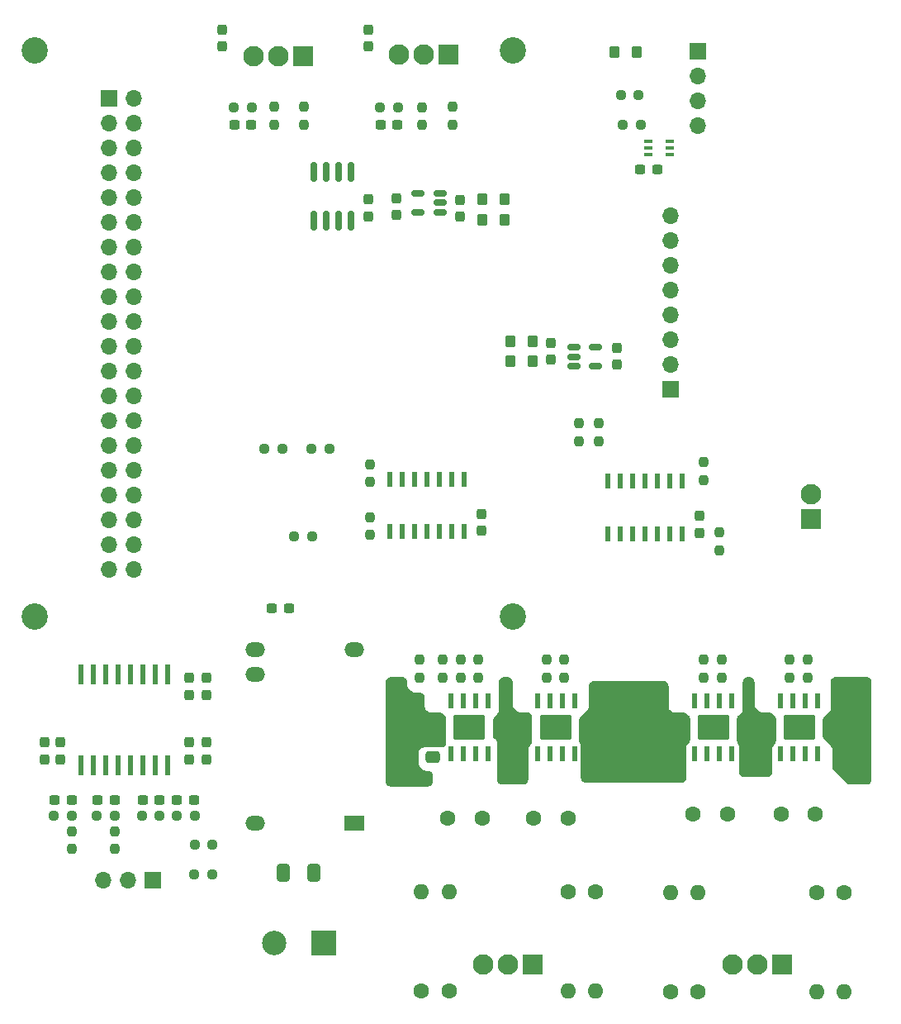
<source format=gbr>
%TF.GenerationSoftware,KiCad,Pcbnew,8.0.1-8.0.1-0~ubuntu23.10.1*%
%TF.CreationDate,2024-04-25T23:44:33+01:00*%
%TF.ProjectId,g5500-pidrive,67353530-302d-4706-9964-726976652e6b,rev?*%
%TF.SameCoordinates,Original*%
%TF.FileFunction,Soldermask,Top*%
%TF.FilePolarity,Negative*%
%FSLAX46Y46*%
G04 Gerber Fmt 4.6, Leading zero omitted, Abs format (unit mm)*
G04 Created by KiCad (PCBNEW 8.0.1-8.0.1-0~ubuntu23.10.1) date 2024-04-25 23:44:33*
%MOMM*%
%LPD*%
G01*
G04 APERTURE LIST*
G04 Aperture macros list*
%AMRoundRect*
0 Rectangle with rounded corners*
0 $1 Rounding radius*
0 $2 $3 $4 $5 $6 $7 $8 $9 X,Y pos of 4 corners*
0 Add a 4 corners polygon primitive as box body*
4,1,4,$2,$3,$4,$5,$6,$7,$8,$9,$2,$3,0*
0 Add four circle primitives for the rounded corners*
1,1,$1+$1,$2,$3*
1,1,$1+$1,$4,$5*
1,1,$1+$1,$6,$7*
1,1,$1+$1,$8,$9*
0 Add four rect primitives between the rounded corners*
20,1,$1+$1,$2,$3,$4,$5,0*
20,1,$1+$1,$4,$5,$6,$7,0*
20,1,$1+$1,$6,$7,$8,$9,0*
20,1,$1+$1,$8,$9,$2,$3,0*%
G04 Aperture macros list end*
%ADD10RoundRect,0.237500X0.237500X-0.250000X0.237500X0.250000X-0.237500X0.250000X-0.237500X-0.250000X0*%
%ADD11RoundRect,0.237500X-0.250000X-0.237500X0.250000X-0.237500X0.250000X0.237500X-0.250000X0.237500X0*%
%ADD12RoundRect,0.237500X-0.237500X0.250000X-0.237500X-0.250000X0.237500X-0.250000X0.237500X0.250000X0*%
%ADD13RoundRect,0.237500X0.250000X0.237500X-0.250000X0.237500X-0.250000X-0.237500X0.250000X-0.237500X0*%
%ADD14RoundRect,0.250000X0.475000X-0.337500X0.475000X0.337500X-0.475000X0.337500X-0.475000X-0.337500X0*%
%ADD15RoundRect,0.250000X-0.412500X-0.650000X0.412500X-0.650000X0.412500X0.650000X-0.412500X0.650000X0*%
%ADD16RoundRect,0.237500X0.237500X-0.300000X0.237500X0.300000X-0.237500X0.300000X-0.237500X-0.300000X0*%
%ADD17R,0.600000X1.550000*%
%ADD18RoundRect,0.001000X-1.550000X1.200000X-1.550000X-1.200000X1.550000X-1.200000X1.550000X1.200000X0*%
%ADD19RoundRect,0.150000X-0.150000X0.825000X-0.150000X-0.825000X0.150000X-0.825000X0.150000X0.825000X0*%
%ADD20R,2.100000X2.100000*%
%ADD21C,2.100000*%
%ADD22C,1.600000*%
%ADD23O,1.600000X1.600000*%
%ADD24RoundRect,0.237500X0.300000X0.237500X-0.300000X0.237500X-0.300000X-0.237500X0.300000X-0.237500X0*%
%ADD25RoundRect,0.250000X-0.275000X-0.350000X0.275000X-0.350000X0.275000X0.350000X-0.275000X0.350000X0*%
%ADD26RoundRect,0.237500X-0.237500X0.300000X-0.237500X-0.300000X0.237500X-0.300000X0.237500X0.300000X0*%
%ADD27C,2.700000*%
%ADD28R,1.700000X1.700000*%
%ADD29O,1.700000X1.700000*%
%ADD30RoundRect,0.250000X0.275000X0.350000X-0.275000X0.350000X-0.275000X-0.350000X0.275000X-0.350000X0*%
%ADD31R,2.000000X1.500000*%
%ADD32O,2.000000X1.500000*%
%ADD33RoundRect,0.237500X-0.300000X-0.237500X0.300000X-0.237500X0.300000X0.237500X-0.300000X0.237500X0*%
%ADD34RoundRect,0.150000X0.512500X0.150000X-0.512500X0.150000X-0.512500X-0.150000X0.512500X-0.150000X0*%
%ADD35R,0.950000X0.400000*%
%ADD36R,2.500000X2.500000*%
%ADD37C,2.500000*%
%ADD38RoundRect,0.150000X-0.512500X-0.150000X0.512500X-0.150000X0.512500X0.150000X-0.512500X0.150000X0*%
%ADD39R,0.600000X2.000000*%
G04 APERTURE END LIST*
D10*
%TO.C,R35*%
X71600000Y-88425000D03*
X71600000Y-86600000D03*
%TD*%
D11*
%TO.C,R34*%
X63800000Y-88600000D03*
X65625000Y-88600000D03*
%TD*%
D12*
%TO.C,R33*%
X71600000Y-81200000D03*
X71600000Y-83025000D03*
%TD*%
D13*
%TO.C,R32*%
X67425000Y-79600000D03*
X65600000Y-79600000D03*
%TD*%
D11*
%TO.C,R31*%
X60775000Y-79600000D03*
X62600000Y-79600000D03*
%TD*%
D10*
%TO.C,R30*%
X93000000Y-77000000D03*
X93000000Y-78825000D03*
%TD*%
D12*
%TO.C,R29*%
X95000000Y-77000000D03*
X95000000Y-78825000D03*
%TD*%
%TO.C,R28*%
X105800000Y-80975000D03*
X105800000Y-82800000D03*
%TD*%
D14*
%TO.C,C23*%
X78000000Y-111185000D03*
X78000000Y-109110000D03*
%TD*%
%TO.C,C22*%
X86870000Y-111085000D03*
X86870000Y-109010000D03*
%TD*%
%TO.C,C21*%
X103000000Y-110837500D03*
X103000000Y-108762500D03*
%TD*%
%TO.C,C20*%
X111800000Y-111110000D03*
X111800000Y-109035000D03*
%TD*%
D15*
%TO.C,C1*%
X62700000Y-123000000D03*
X65825000Y-123000000D03*
%TD*%
D12*
%TO.C,R2*%
X41000000Y-118775000D03*
X41000000Y-120600000D03*
%TD*%
D16*
%TO.C,C31*%
X105400000Y-88200000D03*
X105400000Y-86475000D03*
%TD*%
D17*
%TO.C,IC5*%
X92540000Y-105435000D03*
X91270000Y-105435000D03*
X90000000Y-105435000D03*
X88730000Y-105435000D03*
X88730000Y-110835000D03*
X90000000Y-110835000D03*
X91270000Y-110835000D03*
X92540000Y-110835000D03*
D18*
X90635000Y-108135000D03*
%TD*%
D19*
%TO.C,U4*%
X69670000Y-51250000D03*
X68400000Y-51250000D03*
X67130000Y-51250000D03*
X65860000Y-51250000D03*
X65860000Y-56200000D03*
X67130000Y-56200000D03*
X68400000Y-56200000D03*
X69670000Y-56200000D03*
%TD*%
D20*
%TO.C,J10*%
X116800000Y-86800000D03*
D21*
X116800000Y-84260000D03*
%TD*%
D22*
%TO.C,L1*%
X120200000Y-125075000D03*
D23*
X120200000Y-135235000D03*
%TD*%
D11*
%TO.C,R3*%
X43575000Y-117175000D03*
X45400000Y-117175000D03*
%TD*%
D10*
%TO.C,R12*%
X116415000Y-103060000D03*
X116415000Y-101235000D03*
%TD*%
D22*
%TO.C,C27*%
X79570000Y-117435000D03*
X83070000Y-117435000D03*
%TD*%
%TO.C,L3*%
X94670000Y-124955000D03*
D23*
X94670000Y-135115000D03*
%TD*%
D20*
%TO.C,J8*%
X113800000Y-132435000D03*
D21*
X111260000Y-132435000D03*
X108720000Y-132435000D03*
%TD*%
D24*
%TO.C,C15*%
X59400000Y-46400000D03*
X57675000Y-46400000D03*
%TD*%
D10*
%TO.C,R17*%
X80870000Y-103035000D03*
X80870000Y-101210000D03*
%TD*%
D25*
%TO.C,FB5*%
X98950000Y-39000000D03*
X96650000Y-39000000D03*
%TD*%
D26*
%TO.C,C19*%
X71400000Y-36675000D03*
X71400000Y-38400000D03*
%TD*%
D11*
%TO.C,R24*%
X53575000Y-123200000D03*
X55400000Y-123200000D03*
%TD*%
D12*
%TO.C,R7*%
X64800000Y-44575000D03*
X64800000Y-46400000D03*
%TD*%
D16*
%TO.C,C13*%
X54800000Y-111400000D03*
X54800000Y-109675000D03*
%TD*%
D22*
%TO.C,C24*%
X113745000Y-117035000D03*
X117245000Y-117035000D03*
%TD*%
D16*
%TO.C,C10*%
X53000000Y-111400000D03*
X53000000Y-109675000D03*
%TD*%
D20*
%TO.C,J9*%
X88270000Y-132435000D03*
D21*
X85730000Y-132435000D03*
X83190000Y-132435000D03*
%TD*%
D22*
%TO.C,L2*%
X102400000Y-135235000D03*
D23*
X102400000Y-125075000D03*
%TD*%
D27*
%TO.C,H4*%
X37200000Y-38800000D03*
%TD*%
D10*
%TO.C,R19*%
X79070000Y-103035000D03*
X79070000Y-101210000D03*
%TD*%
D20*
%TO.C,J6*%
X64700000Y-39357500D03*
D21*
X62160000Y-39357500D03*
X59620000Y-39357500D03*
%TD*%
D28*
%TO.C,J4*%
X105200000Y-38920000D03*
D29*
X105200000Y-41460000D03*
X105200000Y-44000000D03*
X105200000Y-46540000D03*
%TD*%
D30*
%TO.C,FB2*%
X85400000Y-54000000D03*
X83100000Y-54000000D03*
%TD*%
D28*
%TO.C,J3*%
X102400000Y-73512500D03*
D29*
X102400000Y-70972500D03*
X102400000Y-68432500D03*
X102400000Y-65892500D03*
X102400000Y-63352500D03*
X102400000Y-60812500D03*
X102400000Y-58272500D03*
X102400000Y-55732500D03*
%TD*%
D12*
%TO.C,R6*%
X76937500Y-44625000D03*
X76937500Y-46450000D03*
%TD*%
D26*
%TO.C,C5*%
X96860000Y-69280000D03*
X96860000Y-71005000D03*
%TD*%
D16*
%TO.C,C32*%
X83000000Y-88000000D03*
X83000000Y-86275000D03*
%TD*%
D26*
%TO.C,C8*%
X54800000Y-103075000D03*
X54800000Y-104800000D03*
%TD*%
D22*
%TO.C,C26*%
X88370000Y-117435000D03*
X91870000Y-117435000D03*
%TD*%
D17*
%TO.C,U5*%
X103610000Y-82900000D03*
X102340000Y-82900000D03*
X101070000Y-82900000D03*
X99800000Y-82900000D03*
X98530000Y-82900000D03*
X97260000Y-82900000D03*
X95990000Y-82900000D03*
X95990000Y-88300000D03*
X97260000Y-88300000D03*
X98530000Y-88300000D03*
X99800000Y-88300000D03*
X101070000Y-88300000D03*
X102340000Y-88300000D03*
X103610000Y-88300000D03*
%TD*%
D31*
%TO.C,U3*%
X70000000Y-118000000D03*
D32*
X70000000Y-100220000D03*
X59840000Y-100220000D03*
X59840000Y-102760000D03*
X59840000Y-118000000D03*
%TD*%
D22*
%TO.C,C25*%
X104700000Y-117035000D03*
X108200000Y-117035000D03*
%TD*%
D17*
%TO.C,IC3*%
X117470000Y-105435000D03*
X116200000Y-105435000D03*
X114930000Y-105435000D03*
X113660000Y-105435000D03*
X113660000Y-110835000D03*
X114930000Y-110835000D03*
X116200000Y-110835000D03*
X117470000Y-110835000D03*
D18*
X115565000Y-108135000D03*
%TD*%
D11*
%TO.C,R10*%
X72612500Y-44650000D03*
X74437500Y-44650000D03*
%TD*%
D10*
%TO.C,R18*%
X82670000Y-103035000D03*
X82670000Y-101210000D03*
%TD*%
%TO.C,R16*%
X91470000Y-103035000D03*
X91470000Y-101210000D03*
%TD*%
D33*
%TO.C,C9*%
X99300000Y-51000000D03*
X101025000Y-51000000D03*
%TD*%
%TO.C,C12*%
X43675000Y-115575000D03*
X45400000Y-115575000D03*
%TD*%
D34*
%TO.C,U1*%
X78768750Y-55356250D03*
X78768750Y-54406250D03*
X78768750Y-53456250D03*
X76493750Y-53456250D03*
X76493750Y-55356250D03*
%TD*%
D10*
%TO.C,R20*%
X76670000Y-103060000D03*
X76670000Y-101235000D03*
%TD*%
D33*
%TO.C,C6*%
X61537500Y-95925000D03*
X63262500Y-95925000D03*
%TD*%
D11*
%TO.C,R23*%
X51800000Y-117175000D03*
X53625000Y-117175000D03*
%TD*%
D22*
%TO.C,L6*%
X105200000Y-135235000D03*
D23*
X105200000Y-125075000D03*
%TD*%
D24*
%TO.C,C29*%
X50000000Y-115575000D03*
X48275000Y-115575000D03*
%TD*%
%TO.C,C16*%
X74400000Y-46400000D03*
X72675000Y-46400000D03*
%TD*%
D26*
%TO.C,C3*%
X90110000Y-68730000D03*
X90110000Y-70455000D03*
%TD*%
D22*
%TO.C,L8*%
X79670000Y-135115000D03*
D23*
X79670000Y-124955000D03*
%TD*%
D16*
%TO.C,C4*%
X74293750Y-55656250D03*
X74293750Y-53931250D03*
%TD*%
D25*
%TO.C,FB3*%
X86000000Y-68600000D03*
X88300000Y-68600000D03*
%TD*%
D17*
%TO.C,IC6*%
X83670000Y-105435000D03*
X82400000Y-105435000D03*
X81130000Y-105435000D03*
X79860000Y-105435000D03*
X79860000Y-110835000D03*
X81130000Y-110835000D03*
X82400000Y-110835000D03*
X83670000Y-110835000D03*
D18*
X81765000Y-108135000D03*
%TD*%
D17*
%TO.C,U6*%
X81210000Y-82700000D03*
X79940000Y-82700000D03*
X78670000Y-82700000D03*
X77400000Y-82700000D03*
X76130000Y-82700000D03*
X74860000Y-82700000D03*
X73590000Y-82700000D03*
X73590000Y-88100000D03*
X74860000Y-88100000D03*
X76130000Y-88100000D03*
X77400000Y-88100000D03*
X78670000Y-88100000D03*
X79940000Y-88100000D03*
X81210000Y-88100000D03*
%TD*%
D10*
%TO.C,R11*%
X114615000Y-103060000D03*
X114615000Y-101235000D03*
%TD*%
D12*
%TO.C,R4*%
X45400000Y-118775000D03*
X45400000Y-120600000D03*
%TD*%
D13*
%TO.C,R25*%
X99312500Y-46400000D03*
X97487500Y-46400000D03*
%TD*%
D35*
%TO.C,IC2*%
X100100000Y-48150000D03*
X100100000Y-48800000D03*
X100100000Y-49450000D03*
X102300000Y-49450000D03*
X102300000Y-48800000D03*
X102300000Y-48150000D03*
%TD*%
D11*
%TO.C,R1*%
X39175000Y-117175000D03*
X41000000Y-117175000D03*
%TD*%
D36*
%TO.C,J1*%
X66800000Y-130200000D03*
D37*
X61720000Y-130200000D03*
%TD*%
D38*
%TO.C,U2*%
X92460000Y-69230000D03*
X92460000Y-70180000D03*
X92460000Y-71130000D03*
X94735000Y-71130000D03*
X94735000Y-69230000D03*
%TD*%
D10*
%TO.C,R15*%
X89670000Y-103035000D03*
X89670000Y-101210000D03*
%TD*%
D30*
%TO.C,FB1*%
X85400000Y-56162500D03*
X83100000Y-56162500D03*
%TD*%
D27*
%TO.C,H1*%
X86200000Y-96800000D03*
%TD*%
D11*
%TO.C,R8*%
X57625000Y-44600000D03*
X59450000Y-44600000D03*
%TD*%
D26*
%TO.C,C18*%
X56400000Y-36675000D03*
X56400000Y-38400000D03*
%TD*%
D10*
%TO.C,R14*%
X107615000Y-103060000D03*
X107615000Y-101235000D03*
%TD*%
D13*
%TO.C,R26*%
X99112500Y-43400000D03*
X97287500Y-43400000D03*
%TD*%
D27*
%TO.C,H3*%
X86200000Y-38800000D03*
%TD*%
D12*
%TO.C,R9*%
X80035000Y-44587500D03*
X80035000Y-46412500D03*
%TD*%
D10*
%TO.C,R13*%
X105815000Y-103060000D03*
X105815000Y-101235000D03*
%TD*%
D11*
%TO.C,R22*%
X53600000Y-120175000D03*
X55425000Y-120175000D03*
%TD*%
D16*
%TO.C,C28*%
X71400000Y-55800000D03*
X71400000Y-54075000D03*
%TD*%
D12*
%TO.C,R27*%
X107400000Y-88175000D03*
X107400000Y-90000000D03*
%TD*%
D17*
%TO.C,IC4*%
X108670000Y-105435000D03*
X107400000Y-105435000D03*
X106130000Y-105435000D03*
X104860000Y-105435000D03*
X104860000Y-110835000D03*
X106130000Y-110835000D03*
X107400000Y-110835000D03*
X108670000Y-110835000D03*
D18*
X106765000Y-108135000D03*
%TD*%
D27*
%TO.C,H2*%
X37200000Y-96800000D03*
%TD*%
D39*
%TO.C,IC1*%
X41920000Y-112000000D03*
X43190000Y-112000000D03*
X44460000Y-112000000D03*
X45730000Y-112000000D03*
X47000000Y-112000000D03*
X48270000Y-112000000D03*
X49540000Y-112000000D03*
X50810000Y-112000000D03*
X50810000Y-102700000D03*
X49540000Y-102700000D03*
X48270000Y-102700000D03*
X47000000Y-102700000D03*
X45730000Y-102700000D03*
X44460000Y-102700000D03*
X43190000Y-102700000D03*
X41920000Y-102700000D03*
%TD*%
D12*
%TO.C,R5*%
X61800000Y-44575000D03*
X61800000Y-46400000D03*
%TD*%
D26*
%TO.C,C14*%
X39800000Y-109675000D03*
X39800000Y-111400000D03*
%TD*%
D33*
%TO.C,C30*%
X51800000Y-115575000D03*
X53525000Y-115575000D03*
%TD*%
D22*
%TO.C,L7*%
X91870000Y-124955000D03*
D23*
X91870000Y-135115000D03*
%TD*%
D33*
%TO.C,C11*%
X39275000Y-115575000D03*
X41000000Y-115575000D03*
%TD*%
D26*
%TO.C,C7*%
X53000000Y-103075000D03*
X53000000Y-104800000D03*
%TD*%
D22*
%TO.C,L4*%
X76870000Y-135115000D03*
D23*
X76870000Y-124955000D03*
%TD*%
D16*
%TO.C,C2*%
X80843750Y-55843750D03*
X80843750Y-54118750D03*
%TD*%
D13*
%TO.C,R21*%
X50025000Y-117175000D03*
X48200000Y-117175000D03*
%TD*%
D20*
%TO.C,J7*%
X79652500Y-39257500D03*
D21*
X77112500Y-39257500D03*
X74572500Y-39257500D03*
%TD*%
D26*
%TO.C,C17*%
X38250000Y-109675000D03*
X38250000Y-111400000D03*
%TD*%
D22*
%TO.C,L5*%
X117400000Y-125075000D03*
D23*
X117400000Y-135235000D03*
%TD*%
D28*
%TO.C,J5*%
X49340000Y-123800000D03*
D29*
X46800000Y-123800000D03*
X44260000Y-123800000D03*
%TD*%
D25*
%TO.C,FB4*%
X85985000Y-70630000D03*
X88285000Y-70630000D03*
%TD*%
D28*
%TO.C,J2*%
X44800000Y-43680000D03*
D29*
X47340000Y-43680000D03*
X44800000Y-46220000D03*
X47340000Y-46220000D03*
X44800000Y-48760000D03*
X47340000Y-48760000D03*
X44800000Y-51300000D03*
X47340000Y-51300000D03*
X44800000Y-53840000D03*
X47340000Y-53840000D03*
X44800000Y-56380000D03*
X47340000Y-56380000D03*
X44800000Y-58920000D03*
X47340000Y-58920000D03*
X44800000Y-61460000D03*
X47340000Y-61460000D03*
X44800000Y-64000000D03*
X47340000Y-64000000D03*
X44800000Y-66540000D03*
X47340000Y-66540000D03*
X44800000Y-69080000D03*
X47340000Y-69080000D03*
X44800000Y-71620000D03*
X47340000Y-71620000D03*
X44800000Y-74160000D03*
X47340000Y-74160000D03*
X44800000Y-76700000D03*
X47340000Y-76700000D03*
X44800000Y-79240000D03*
X47340000Y-79240000D03*
X44800000Y-81780000D03*
X47340000Y-81780000D03*
X44800000Y-84320000D03*
X47340000Y-84320000D03*
X44800000Y-86860000D03*
X47340000Y-86860000D03*
X44800000Y-89400000D03*
X47340000Y-89400000D03*
X44800000Y-91940000D03*
X47340000Y-91940000D03*
%TD*%
G36*
X101708059Y-103401061D02*
G01*
X101813223Y-103414906D01*
X101844491Y-103423284D01*
X101934918Y-103460740D01*
X101962951Y-103476925D01*
X102040601Y-103536508D01*
X102063491Y-103559398D01*
X102123074Y-103637048D01*
X102139259Y-103665081D01*
X102176715Y-103755508D01*
X102185093Y-103786775D01*
X102198939Y-103891939D01*
X102200000Y-103908125D01*
X102200000Y-105992886D01*
X102200001Y-105992902D01*
X102217036Y-106122301D01*
X102217038Y-106122306D01*
X102266984Y-106242888D01*
X102266987Y-106242893D01*
X102346445Y-106346445D01*
X102346451Y-106346452D01*
X102453547Y-106453548D01*
X102453554Y-106453554D01*
X102557106Y-106533012D01*
X102557111Y-106533015D01*
X102677693Y-106582961D01*
X102677698Y-106582963D01*
X102807097Y-106599998D01*
X102807114Y-106600000D01*
X103639479Y-106600000D01*
X103657642Y-106601337D01*
X103775343Y-106618765D01*
X103810109Y-106629292D01*
X103917704Y-106680077D01*
X103933558Y-106689039D01*
X104168879Y-106845919D01*
X104184783Y-106858516D01*
X104281495Y-106948939D01*
X104306135Y-106981005D01*
X104363738Y-107088636D01*
X104376751Y-107126927D01*
X104398340Y-107257548D01*
X104400000Y-107277768D01*
X104400000Y-109384767D01*
X104398939Y-109400953D01*
X104385093Y-109506117D01*
X104376715Y-109537383D01*
X104339260Y-109627808D01*
X104323075Y-109655842D01*
X104258496Y-109740003D01*
X104247801Y-109752198D01*
X104146451Y-109853547D01*
X104146445Y-109853554D01*
X104066987Y-109957106D01*
X104066984Y-109957111D01*
X104017038Y-110077693D01*
X104017036Y-110077698D01*
X104000001Y-110207097D01*
X104000000Y-110207113D01*
X104000000Y-113291874D01*
X103998939Y-113308060D01*
X103985093Y-113413224D01*
X103976715Y-113444491D01*
X103939259Y-113534918D01*
X103923074Y-113562951D01*
X103863491Y-113640601D01*
X103840601Y-113663491D01*
X103762951Y-113723074D01*
X103734918Y-113739259D01*
X103644491Y-113776715D01*
X103613224Y-113785093D01*
X103508060Y-113798939D01*
X103491874Y-113800000D01*
X93708126Y-113800000D01*
X93691940Y-113798939D01*
X93586775Y-113785093D01*
X93555508Y-113776715D01*
X93465081Y-113739259D01*
X93437048Y-113723074D01*
X93359398Y-113663491D01*
X93336508Y-113640601D01*
X93276925Y-113562951D01*
X93260740Y-113534918D01*
X93223284Y-113444491D01*
X93214906Y-113413223D01*
X93201061Y-113308059D01*
X93200000Y-113291874D01*
X93200000Y-110118032D01*
X93186624Y-110003159D01*
X93186623Y-110003158D01*
X93147215Y-109894431D01*
X93056003Y-109712008D01*
X93050333Y-109698806D01*
X93018295Y-109610412D01*
X93011706Y-109582500D01*
X93000832Y-109489111D01*
X93000000Y-109474770D01*
X93000000Y-107415232D01*
X93001061Y-107399047D01*
X93014906Y-107293883D01*
X93023284Y-107262616D01*
X93060739Y-107172191D01*
X93076924Y-107144157D01*
X93141503Y-107059996D01*
X93152198Y-107047801D01*
X93853554Y-106346445D01*
X93933012Y-106242893D01*
X93933015Y-106242888D01*
X93982961Y-106122306D01*
X93982963Y-106122301D01*
X93999998Y-105992902D01*
X94000000Y-105992886D01*
X94000000Y-103908125D01*
X94001061Y-103891940D01*
X94014906Y-103786776D01*
X94023284Y-103755508D01*
X94060740Y-103665081D01*
X94076925Y-103637048D01*
X94136508Y-103559398D01*
X94159398Y-103536508D01*
X94237048Y-103476925D01*
X94265081Y-103460740D01*
X94355508Y-103423284D01*
X94386776Y-103414906D01*
X94491941Y-103401061D01*
X94508126Y-103400000D01*
X101691874Y-103400000D01*
X101708059Y-103401061D01*
G37*
G36*
X110508059Y-103001061D02*
G01*
X110613223Y-103014906D01*
X110644491Y-103023284D01*
X110734918Y-103060740D01*
X110762951Y-103076925D01*
X110840601Y-103136508D01*
X110863491Y-103159398D01*
X110923074Y-103237048D01*
X110939259Y-103265081D01*
X110976715Y-103355508D01*
X110985093Y-103386775D01*
X110998939Y-103491939D01*
X111000000Y-103508125D01*
X111000000Y-105792886D01*
X111000001Y-105792902D01*
X111017036Y-105922301D01*
X111017038Y-105922306D01*
X111066984Y-106042888D01*
X111066987Y-106042893D01*
X111146445Y-106146445D01*
X111146451Y-106146452D01*
X111453547Y-106453548D01*
X111453554Y-106453554D01*
X111557106Y-106533012D01*
X111557111Y-106533015D01*
X111677693Y-106582961D01*
X111677698Y-106582963D01*
X111807097Y-106599998D01*
X111807114Y-106600000D01*
X112439479Y-106600000D01*
X112457642Y-106601337D01*
X112575343Y-106618765D01*
X112610109Y-106629292D01*
X112717704Y-106680077D01*
X112733558Y-106689039D01*
X112968879Y-106845919D01*
X112984783Y-106858516D01*
X113081495Y-106948939D01*
X113106135Y-106981005D01*
X113163738Y-107088636D01*
X113176751Y-107126927D01*
X113198340Y-107257548D01*
X113200000Y-107277768D01*
X113200000Y-109474770D01*
X113199168Y-109489113D01*
X113188293Y-109582502D01*
X113181704Y-109610412D01*
X113149666Y-109698806D01*
X113143996Y-109712007D01*
X112852785Y-110294427D01*
X112813376Y-110403158D01*
X112813375Y-110403159D01*
X112800000Y-110518032D01*
X112800000Y-112691874D01*
X112798939Y-112708060D01*
X112785093Y-112813224D01*
X112776715Y-112844491D01*
X112739259Y-112934918D01*
X112723074Y-112962951D01*
X112663491Y-113040601D01*
X112640601Y-113063491D01*
X112562951Y-113123074D01*
X112534918Y-113139259D01*
X112444491Y-113176715D01*
X112413224Y-113185093D01*
X112308060Y-113198939D01*
X112291874Y-113200000D01*
X109908126Y-113200000D01*
X109891940Y-113198939D01*
X109786775Y-113185093D01*
X109755508Y-113176715D01*
X109665081Y-113139259D01*
X109637048Y-113123074D01*
X109559398Y-113063491D01*
X109536508Y-113040601D01*
X109476925Y-112962951D01*
X109460740Y-112934918D01*
X109423284Y-112844491D01*
X109414906Y-112813223D01*
X109401061Y-112708059D01*
X109400000Y-112691874D01*
X109400000Y-110118032D01*
X109386624Y-110003159D01*
X109386623Y-110003158D01*
X109347215Y-109894431D01*
X109256003Y-109712008D01*
X109250333Y-109698806D01*
X109218295Y-109610412D01*
X109211706Y-109582500D01*
X109200832Y-109489111D01*
X109200000Y-109474770D01*
X109200000Y-107277768D01*
X109201660Y-107257549D01*
X109223248Y-107126928D01*
X109236261Y-107088636D01*
X109293864Y-106981005D01*
X109318504Y-106948939D01*
X109415216Y-106858516D01*
X109431120Y-106845919D01*
X109577351Y-106748432D01*
X109696464Y-106637063D01*
X109773407Y-106493295D01*
X109773409Y-106493290D01*
X109799999Y-106332415D01*
X109800000Y-106332405D01*
X109800000Y-103508125D01*
X109801061Y-103491940D01*
X109814906Y-103386776D01*
X109823284Y-103355508D01*
X109860740Y-103265081D01*
X109876925Y-103237048D01*
X109936508Y-103159398D01*
X109959398Y-103136508D01*
X110037048Y-103076925D01*
X110065081Y-103060740D01*
X110155508Y-103023284D01*
X110186776Y-103014906D01*
X110291941Y-103001061D01*
X110308126Y-103000000D01*
X110491874Y-103000000D01*
X110508059Y-103001061D01*
G37*
G36*
X122508059Y-103001061D02*
G01*
X122613223Y-103014906D01*
X122644491Y-103023284D01*
X122734918Y-103060740D01*
X122762951Y-103076925D01*
X122840601Y-103136508D01*
X122863491Y-103159398D01*
X122923074Y-103237048D01*
X122939259Y-103265081D01*
X122976715Y-103355508D01*
X122985093Y-103386775D01*
X122998939Y-103491939D01*
X123000000Y-103508125D01*
X123000000Y-113491874D01*
X122998939Y-113508060D01*
X122985093Y-113613224D01*
X122976715Y-113644491D01*
X122939259Y-113734918D01*
X122923074Y-113762951D01*
X122863491Y-113840601D01*
X122840601Y-113863491D01*
X122762951Y-113923074D01*
X122734918Y-113939259D01*
X122644491Y-113976715D01*
X122613224Y-113985093D01*
X122508060Y-113998939D01*
X122491874Y-114000000D01*
X120815233Y-114000000D01*
X120799047Y-113998939D01*
X120693882Y-113985093D01*
X120662616Y-113976715D01*
X120572191Y-113939260D01*
X120544157Y-113923075D01*
X120459996Y-113858496D01*
X120447801Y-113847801D01*
X119152198Y-112552198D01*
X119141503Y-112540003D01*
X119076924Y-112455842D01*
X119060739Y-112427808D01*
X119023284Y-112337383D01*
X119014906Y-112306116D01*
X119001061Y-112200952D01*
X119000000Y-112184767D01*
X119000000Y-110407113D01*
X118999998Y-110407097D01*
X118982963Y-110277698D01*
X118982961Y-110277693D01*
X118933015Y-110157111D01*
X118933012Y-110157106D01*
X118853554Y-110053554D01*
X118853548Y-110053547D01*
X118152198Y-109352198D01*
X118141503Y-109340003D01*
X118076924Y-109255842D01*
X118060739Y-109227808D01*
X118023284Y-109137383D01*
X118014906Y-109106116D01*
X118001061Y-109000952D01*
X118000000Y-108984767D01*
X118000000Y-107415232D01*
X118001061Y-107399047D01*
X118014906Y-107293883D01*
X118023284Y-107262616D01*
X118060739Y-107172191D01*
X118076924Y-107144157D01*
X118141503Y-107059996D01*
X118152198Y-107047801D01*
X118653549Y-106546451D01*
X118653554Y-106546445D01*
X118733012Y-106442893D01*
X118733015Y-106442888D01*
X118782961Y-106322306D01*
X118782963Y-106322301D01*
X118799998Y-106192902D01*
X118800000Y-106192886D01*
X118800000Y-103508125D01*
X118801061Y-103491940D01*
X118814906Y-103386776D01*
X118823284Y-103355508D01*
X118860740Y-103265081D01*
X118876925Y-103237048D01*
X118936508Y-103159398D01*
X118959398Y-103136508D01*
X119037048Y-103076925D01*
X119065081Y-103060740D01*
X119155508Y-103023284D01*
X119186776Y-103014906D01*
X119291941Y-103001061D01*
X119308126Y-103000000D01*
X122491874Y-103000000D01*
X122508059Y-103001061D01*
G37*
G36*
X85708059Y-103001061D02*
G01*
X85813223Y-103014906D01*
X85844491Y-103023284D01*
X85934918Y-103060740D01*
X85962951Y-103076925D01*
X86040601Y-103136508D01*
X86063491Y-103159398D01*
X86123074Y-103237048D01*
X86139259Y-103265081D01*
X86176715Y-103355508D01*
X86185093Y-103386775D01*
X86198939Y-103491939D01*
X86200000Y-103508125D01*
X86200000Y-105792886D01*
X86200001Y-105792902D01*
X86217036Y-105922301D01*
X86217038Y-105922306D01*
X86266984Y-106042888D01*
X86266987Y-106042893D01*
X86346445Y-106146445D01*
X86346451Y-106146452D01*
X86653547Y-106453548D01*
X86653554Y-106453554D01*
X86757106Y-106533012D01*
X86757111Y-106533015D01*
X86877693Y-106582961D01*
X86877698Y-106582963D01*
X87007097Y-106599998D01*
X87007114Y-106600000D01*
X87674770Y-106600000D01*
X87689111Y-106600832D01*
X87782500Y-106611706D01*
X87810412Y-106618295D01*
X87898806Y-106650333D01*
X87912009Y-106656004D01*
X87989743Y-106694872D01*
X88009149Y-106706928D01*
X88087387Y-106766179D01*
X88118006Y-106799841D01*
X88163472Y-106873408D01*
X88179886Y-106915846D01*
X88197895Y-107012328D01*
X88200000Y-107035080D01*
X88200000Y-109474770D01*
X88199168Y-109489113D01*
X88188293Y-109582502D01*
X88181704Y-109610412D01*
X88149666Y-109698806D01*
X88143996Y-109712007D01*
X87852785Y-110294427D01*
X87813376Y-110403158D01*
X87813375Y-110403159D01*
X87800000Y-110518032D01*
X87800000Y-113491874D01*
X87798939Y-113508060D01*
X87785093Y-113613224D01*
X87776715Y-113644491D01*
X87739259Y-113734918D01*
X87723074Y-113762951D01*
X87663491Y-113840601D01*
X87640601Y-113863491D01*
X87562951Y-113923074D01*
X87534918Y-113939259D01*
X87444491Y-113976715D01*
X87413224Y-113985093D01*
X87308060Y-113998939D01*
X87291874Y-114000000D01*
X85108126Y-114000000D01*
X85091940Y-113998939D01*
X84986775Y-113985093D01*
X84955508Y-113976715D01*
X84865081Y-113939259D01*
X84837048Y-113923074D01*
X84759398Y-113863491D01*
X84736508Y-113840601D01*
X84676925Y-113762951D01*
X84660740Y-113734918D01*
X84623284Y-113644491D01*
X84614906Y-113613223D01*
X84601061Y-113508059D01*
X84600000Y-113491874D01*
X84600000Y-109623608D01*
X84575640Y-109493094D01*
X84505839Y-109380155D01*
X84505837Y-109380153D01*
X84400000Y-109300001D01*
X84399999Y-109300000D01*
X84312611Y-109233819D01*
X84281993Y-109200158D01*
X84236527Y-109126591D01*
X84220113Y-109084152D01*
X84202105Y-108987670D01*
X84200000Y-108964919D01*
X84200000Y-107415232D01*
X84201061Y-107399047D01*
X84214906Y-107293883D01*
X84223284Y-107262616D01*
X84260739Y-107172191D01*
X84276924Y-107144157D01*
X84341503Y-107059996D01*
X84352198Y-107047800D01*
X84653555Y-106746444D01*
X84733012Y-106642893D01*
X84733015Y-106642888D01*
X84782961Y-106522306D01*
X84782963Y-106522301D01*
X84799998Y-106392902D01*
X84800000Y-106392886D01*
X84800000Y-103508125D01*
X84801061Y-103491940D01*
X84814906Y-103386776D01*
X84823284Y-103355508D01*
X84860740Y-103265081D01*
X84876925Y-103237048D01*
X84936508Y-103159398D01*
X84959398Y-103136508D01*
X85037048Y-103076925D01*
X85065081Y-103060740D01*
X85155508Y-103023284D01*
X85186776Y-103014906D01*
X85291941Y-103001061D01*
X85308126Y-103000000D01*
X85691874Y-103000000D01*
X85708059Y-103001061D01*
G37*
G36*
X74908059Y-103001061D02*
G01*
X75013223Y-103014906D01*
X75044491Y-103023284D01*
X75134918Y-103060740D01*
X75162951Y-103076925D01*
X75240601Y-103136508D01*
X75263491Y-103159398D01*
X75323074Y-103237048D01*
X75339259Y-103265081D01*
X75376715Y-103355508D01*
X75385093Y-103386775D01*
X75398939Y-103491939D01*
X75400000Y-103508125D01*
X75400000Y-103792886D01*
X75400001Y-103792902D01*
X75417036Y-103922301D01*
X75417038Y-103922306D01*
X75466984Y-104042888D01*
X75466987Y-104042893D01*
X75546445Y-104146445D01*
X75546451Y-104146452D01*
X75853547Y-104453548D01*
X75853554Y-104453554D01*
X75957106Y-104533012D01*
X75957111Y-104533015D01*
X76077693Y-104582961D01*
X76077698Y-104582963D01*
X76207097Y-104599998D01*
X76207114Y-104600000D01*
X76691874Y-104600000D01*
X76708059Y-104601061D01*
X76813223Y-104614906D01*
X76844491Y-104623284D01*
X76934918Y-104660740D01*
X76962951Y-104676925D01*
X77040601Y-104736508D01*
X77063491Y-104759398D01*
X77123074Y-104837048D01*
X77139259Y-104865081D01*
X77176715Y-104955508D01*
X77185093Y-104986775D01*
X77198939Y-105091939D01*
X77200000Y-105108125D01*
X77200000Y-105992886D01*
X77200001Y-105992902D01*
X77217036Y-106122301D01*
X77217038Y-106122306D01*
X77266984Y-106242888D01*
X77266987Y-106242893D01*
X77346445Y-106346445D01*
X77346451Y-106346452D01*
X77453547Y-106453548D01*
X77453554Y-106453554D01*
X77557106Y-106533012D01*
X77557111Y-106533015D01*
X77677693Y-106582961D01*
X77677698Y-106582963D01*
X77807097Y-106599998D01*
X77807114Y-106600000D01*
X78639479Y-106600000D01*
X78657642Y-106601337D01*
X78775343Y-106618765D01*
X78810109Y-106629292D01*
X78917704Y-106680077D01*
X78933558Y-106689039D01*
X79168879Y-106845919D01*
X79184783Y-106858516D01*
X79281495Y-106948939D01*
X79306135Y-106981005D01*
X79363738Y-107088636D01*
X79376751Y-107126927D01*
X79398340Y-107257548D01*
X79400000Y-107277768D01*
X79400000Y-109691874D01*
X79398939Y-109708060D01*
X79385093Y-109813224D01*
X79376715Y-109844491D01*
X79339259Y-109934918D01*
X79323074Y-109962951D01*
X79263491Y-110040601D01*
X79240601Y-110063491D01*
X79162951Y-110123074D01*
X79134918Y-110139259D01*
X79044491Y-110176715D01*
X79013224Y-110185093D01*
X78908060Y-110198939D01*
X78891874Y-110200000D01*
X77100007Y-110200000D01*
X77099990Y-110200001D01*
X76970591Y-110217036D01*
X76970586Y-110217038D01*
X76850004Y-110266984D01*
X76850003Y-110266984D01*
X76746447Y-110346447D01*
X76666984Y-110450003D01*
X76666984Y-110450004D01*
X76617038Y-110570586D01*
X76617036Y-110570591D01*
X76600001Y-110699990D01*
X76600000Y-110700006D01*
X76600000Y-111932415D01*
X76626590Y-112093290D01*
X76626592Y-112093295D01*
X76703534Y-112237063D01*
X76822652Y-112348434D01*
X77074036Y-112516023D01*
X77074044Y-112516028D01*
X77206491Y-112578544D01*
X77206493Y-112578545D01*
X77351391Y-112599999D01*
X77351393Y-112600000D01*
X77590244Y-112600000D01*
X77609641Y-112601527D01*
X77704206Y-112616504D01*
X77741104Y-112628492D01*
X77817616Y-112667477D01*
X77849002Y-112690281D01*
X77909718Y-112750997D01*
X77932522Y-112782383D01*
X77971507Y-112858895D01*
X77983495Y-112895792D01*
X77998473Y-112990357D01*
X78000000Y-113009755D01*
X78000000Y-113691874D01*
X77998939Y-113708060D01*
X77985093Y-113813224D01*
X77976715Y-113844491D01*
X77939259Y-113934918D01*
X77923074Y-113962951D01*
X77863491Y-114040601D01*
X77840601Y-114063491D01*
X77762951Y-114123074D01*
X77734918Y-114139259D01*
X77644491Y-114176715D01*
X77613224Y-114185093D01*
X77508060Y-114198939D01*
X77491874Y-114200000D01*
X73708126Y-114200000D01*
X73691940Y-114198939D01*
X73586775Y-114185093D01*
X73555508Y-114176715D01*
X73465081Y-114139259D01*
X73437048Y-114123074D01*
X73359398Y-114063491D01*
X73336508Y-114040601D01*
X73276925Y-113962951D01*
X73260740Y-113934918D01*
X73223284Y-113844491D01*
X73214906Y-113813223D01*
X73201061Y-113708059D01*
X73200000Y-113691874D01*
X73200000Y-103508125D01*
X73201061Y-103491940D01*
X73214906Y-103386776D01*
X73223284Y-103355508D01*
X73260740Y-103265081D01*
X73276925Y-103237048D01*
X73336508Y-103159398D01*
X73359398Y-103136508D01*
X73437048Y-103076925D01*
X73465081Y-103060740D01*
X73555508Y-103023284D01*
X73586776Y-103014906D01*
X73691941Y-103001061D01*
X73708126Y-103000000D01*
X74891874Y-103000000D01*
X74908059Y-103001061D01*
G37*
M02*

</source>
